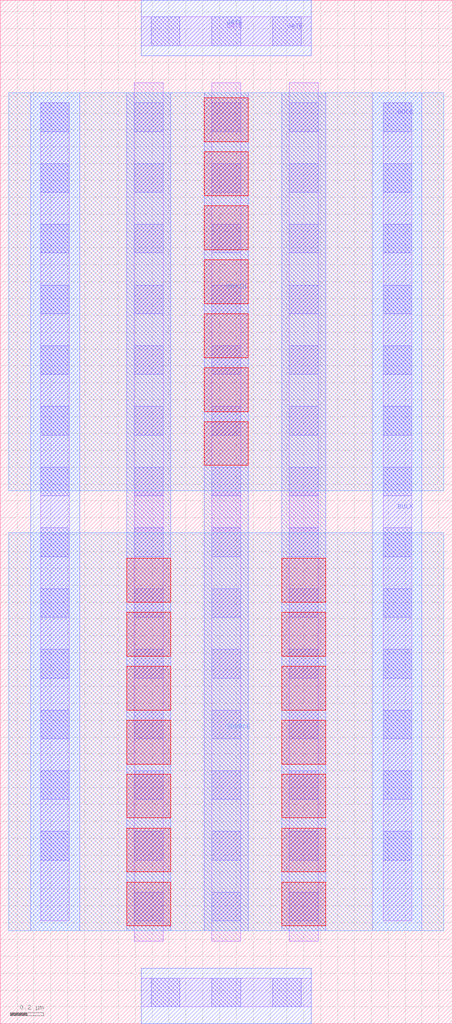
<source format=lef>
# Copyright 2020 The SkyWater PDK Authors
#
# Licensed under the Apache License, Version 2.0 (the "License");
# you may not use this file except in compliance with the License.
# You may obtain a copy of the License at
#
#     https://www.apache.org/licenses/LICENSE-2.0
#
# Unless required by applicable law or agreed to in writing, software
# distributed under the License is distributed on an "AS IS" BASIS,
# WITHOUT WARRANTIES OR CONDITIONS OF ANY KIND, either express or implied.
# See the License for the specific language governing permissions and
# limitations under the License.
#
# SPDX-License-Identifier: Apache-2.0

VERSION 5.7 ;
  NOWIREEXTENSIONATPIN ON ;
  DIVIDERCHAR "/" ;
  BUSBITCHARS "[]" ;
MACRO sky130_fd_pr__rf_pfet_01v8_aM02W5p00L0p18
  CLASS BLOCK ;
  FOREIGN sky130_fd_pr__rf_pfet_01v8_aM02W5p00L0p18 ;
  ORIGIN  0.000000  0.000000 ;
  SIZE  2.680000 BY  6.070000 ;
  PIN BULK
    ANTENNADIFFAREA  2.929000 ;
    PORT
      LAYER li1 ;
        RECT 0.240000 0.610000 0.410000 5.460000 ;
        RECT 2.270000 0.610000 2.440000 5.460000 ;
      LAYER mcon ;
        RECT 0.240000 0.970000 0.410000 1.140000 ;
        RECT 0.240000 1.330000 0.410000 1.500000 ;
        RECT 0.240000 1.690000 0.410000 1.860000 ;
        RECT 0.240000 2.050000 0.410000 2.220000 ;
        RECT 0.240000 2.410000 0.410000 2.580000 ;
        RECT 0.240000 2.770000 0.410000 2.940000 ;
        RECT 0.240000 3.130000 0.410000 3.300000 ;
        RECT 0.240000 3.490000 0.410000 3.660000 ;
        RECT 0.240000 3.850000 0.410000 4.020000 ;
        RECT 0.240000 4.210000 0.410000 4.380000 ;
        RECT 0.240000 4.570000 0.410000 4.740000 ;
        RECT 0.240000 4.930000 0.410000 5.100000 ;
        RECT 0.240000 5.290000 0.410000 5.460000 ;
        RECT 2.270000 0.970000 2.440000 1.140000 ;
        RECT 2.270000 1.330000 2.440000 1.500000 ;
        RECT 2.270000 1.690000 2.440000 1.860000 ;
        RECT 2.270000 2.050000 2.440000 2.220000 ;
        RECT 2.270000 2.410000 2.440000 2.580000 ;
        RECT 2.270000 2.770000 2.440000 2.940000 ;
        RECT 2.270000 3.130000 2.440000 3.300000 ;
        RECT 2.270000 3.490000 2.440000 3.660000 ;
        RECT 2.270000 3.850000 2.440000 4.020000 ;
        RECT 2.270000 4.210000 2.440000 4.380000 ;
        RECT 2.270000 4.570000 2.440000 4.740000 ;
        RECT 2.270000 4.930000 2.440000 5.100000 ;
        RECT 2.270000 5.290000 2.440000 5.460000 ;
    END
    PORT
      LAYER met1 ;
        RECT 0.180000 0.550000 0.470000 5.520000 ;
        RECT 2.210000 0.550000 2.500000 5.520000 ;
    END
  END BULK
  PIN DRAIN
    ANTENNADIFFAREA  1.414000 ;
    PORT
      LAYER met2 ;
        RECT 0.050000 3.160000 2.630000 5.520000 ;
    END
  END DRAIN
  PIN GATE
    ANTENNAGATEAREA  1.818000 ;
    PORT
      LAYER li1 ;
        RECT 0.835000 0.100000 1.845000 0.270000 ;
        RECT 0.835000 5.800000 1.845000 5.970000 ;
      LAYER mcon ;
        RECT 0.895000 0.100000 1.065000 0.270000 ;
        RECT 0.895000 5.800000 1.065000 5.970000 ;
        RECT 1.255000 0.100000 1.425000 0.270000 ;
        RECT 1.255000 5.800000 1.425000 5.970000 ;
        RECT 1.615000 0.100000 1.785000 0.270000 ;
        RECT 1.615000 5.800000 1.785000 5.970000 ;
    END
    PORT
      LAYER met1 ;
        RECT 0.835000 0.000000 1.845000 0.330000 ;
        RECT 0.835000 5.740000 1.845000 6.070000 ;
    END
  END GATE
  PIN SOURCE
    ANTENNADIFFAREA  2.828000 ;
    PORT
      LAYER met2 ;
        RECT 0.050000 0.550000 2.630000 2.910000 ;
    END
  END SOURCE
  OBS
    LAYER li1 ;
      RECT 0.795000 0.490000 0.965000 5.580000 ;
      RECT 1.255000 0.490000 1.425000 5.580000 ;
      RECT 1.715000 0.490000 1.885000 5.580000 ;
    LAYER mcon ;
      RECT 0.795000 0.610000 0.965000 0.780000 ;
      RECT 0.795000 0.970000 0.965000 1.140000 ;
      RECT 0.795000 1.330000 0.965000 1.500000 ;
      RECT 0.795000 1.690000 0.965000 1.860000 ;
      RECT 0.795000 2.050000 0.965000 2.220000 ;
      RECT 0.795000 2.410000 0.965000 2.580000 ;
      RECT 0.795000 2.770000 0.965000 2.940000 ;
      RECT 0.795000 3.130000 0.965000 3.300000 ;
      RECT 0.795000 3.490000 0.965000 3.660000 ;
      RECT 0.795000 3.850000 0.965000 4.020000 ;
      RECT 0.795000 4.210000 0.965000 4.380000 ;
      RECT 0.795000 4.570000 0.965000 4.740000 ;
      RECT 0.795000 4.930000 0.965000 5.100000 ;
      RECT 0.795000 5.290000 0.965000 5.460000 ;
      RECT 1.255000 0.610000 1.425000 0.780000 ;
      RECT 1.255000 0.970000 1.425000 1.140000 ;
      RECT 1.255000 1.330000 1.425000 1.500000 ;
      RECT 1.255000 1.690000 1.425000 1.860000 ;
      RECT 1.255000 2.050000 1.425000 2.220000 ;
      RECT 1.255000 2.410000 1.425000 2.580000 ;
      RECT 1.255000 2.770000 1.425000 2.940000 ;
      RECT 1.255000 3.130000 1.425000 3.300000 ;
      RECT 1.255000 3.490000 1.425000 3.660000 ;
      RECT 1.255000 3.850000 1.425000 4.020000 ;
      RECT 1.255000 4.210000 1.425000 4.380000 ;
      RECT 1.255000 4.570000 1.425000 4.740000 ;
      RECT 1.255000 4.930000 1.425000 5.100000 ;
      RECT 1.255000 5.290000 1.425000 5.460000 ;
      RECT 1.715000 0.610000 1.885000 0.780000 ;
      RECT 1.715000 0.970000 1.885000 1.140000 ;
      RECT 1.715000 1.330000 1.885000 1.500000 ;
      RECT 1.715000 1.690000 1.885000 1.860000 ;
      RECT 1.715000 2.050000 1.885000 2.220000 ;
      RECT 1.715000 2.410000 1.885000 2.580000 ;
      RECT 1.715000 2.770000 1.885000 2.940000 ;
      RECT 1.715000 3.130000 1.885000 3.300000 ;
      RECT 1.715000 3.490000 1.885000 3.660000 ;
      RECT 1.715000 3.850000 1.885000 4.020000 ;
      RECT 1.715000 4.210000 1.885000 4.380000 ;
      RECT 1.715000 4.570000 1.885000 4.740000 ;
      RECT 1.715000 4.930000 1.885000 5.100000 ;
      RECT 1.715000 5.290000 1.885000 5.460000 ;
    LAYER met1 ;
      RECT 0.750000 0.550000 1.010000 5.520000 ;
      RECT 1.210000 0.550000 1.470000 5.520000 ;
      RECT 1.670000 0.550000 1.930000 5.520000 ;
    LAYER via ;
      RECT 0.750000 0.580000 1.010000 0.840000 ;
      RECT 0.750000 0.900000 1.010000 1.160000 ;
      RECT 0.750000 1.220000 1.010000 1.480000 ;
      RECT 0.750000 1.540000 1.010000 1.800000 ;
      RECT 0.750000 1.860000 1.010000 2.120000 ;
      RECT 0.750000 2.180000 1.010000 2.440000 ;
      RECT 0.750000 2.500000 1.010000 2.760000 ;
      RECT 1.210000 3.310000 1.470000 3.570000 ;
      RECT 1.210000 3.630000 1.470000 3.890000 ;
      RECT 1.210000 3.950000 1.470000 4.210000 ;
      RECT 1.210000 4.270000 1.470000 4.530000 ;
      RECT 1.210000 4.590000 1.470000 4.850000 ;
      RECT 1.210000 4.910000 1.470000 5.170000 ;
      RECT 1.210000 5.230000 1.470000 5.490000 ;
      RECT 1.670000 0.580000 1.930000 0.840000 ;
      RECT 1.670000 0.900000 1.930000 1.160000 ;
      RECT 1.670000 1.220000 1.930000 1.480000 ;
      RECT 1.670000 1.540000 1.930000 1.800000 ;
      RECT 1.670000 1.860000 1.930000 2.120000 ;
      RECT 1.670000 2.180000 1.930000 2.440000 ;
      RECT 1.670000 2.500000 1.930000 2.760000 ;
  END
END sky130_fd_pr__rf_pfet_01v8_aM02W5p00L0p18
END LIBRARY

</source>
